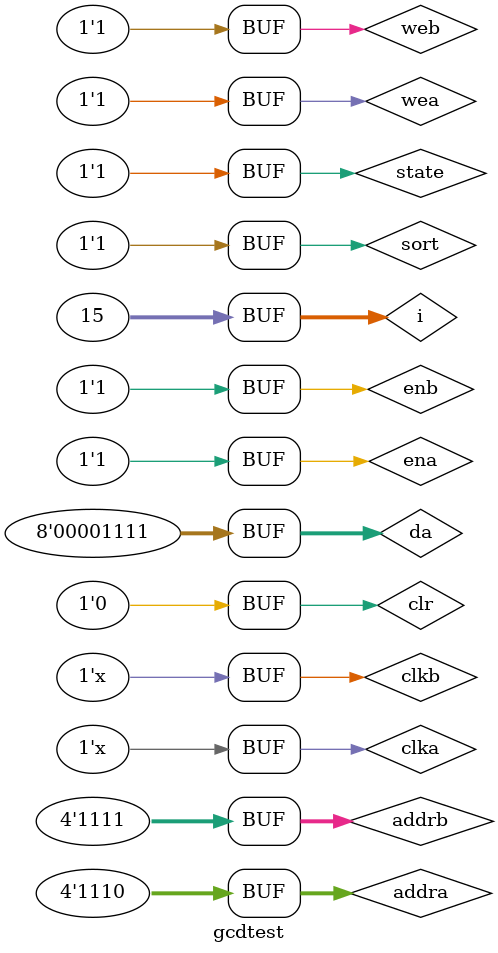
<source format=v>
`timescale 1ns / 1ps
module gcdtest();
reg clr;
wire signed[7:0] gcd_out;
wire stop;

reg clka, clkb, ena, enb, wea, web;
    reg [3:0] addra, addrb;
    reg [7:0] da;
    wire [7:0] mou_a, mou_b;

    wire  [7:0] sou0, sou1;
    reg sort;
    integer i;
    wire done;
    reg state;
    
    wire [7:0] Y;
    
gcd uut(gcd_out,STOP,
           clr,clka,clkb,
           ena,enb,wea,web,
           addra,addrb,da,
           mou_a,mou_b,
            sou0, sou1,
             sort, done, state);
initial
    begin
        i = 0;state =0; clr = 1;
        clka = 1; clkb = 1; ena = 0; enb = 0; wea= 0; web = 0; addra = 0; addrb =1;
        ena = 1; wea = 1; sort = 0;
        addra = 0;  da = -8; #10;
        enb = 1; addrb = 0;
        addra = 1;  da = -6; #10;  addra = 2;  da = -7; #10;  addra = 3;  da = -4; #10;
        addra = 4;  da = -5; #10;  addra = 5;  da = -2; #10;  addra = 6;  da = -3; #10;
        addra = 7;  da =  0; #10;  addra = 8;  da = -1; #10;  addra = 9;  da =  2; #10;
        addra = 10; da =  1; #10; addra = 11; da =  4; #10; addra = 12; da =  3; #10;
        addra = 13; da =  6; #10; addra = 14; da =  10; #10;   addra = 15; da =  15; #10;

        sort=1;   ena = 1; enb = 1;   ena = 1; enb = 1;
        for(i=0; i<15; i = i+1)begin
            wea = 0;  web = 0; addra = i; addrb =i+1; #30;
            wea = 1;  web = 1; addra = i; addrb =i+1; #30;
        end
        state = 1;
    end

    always #5 clka = ~clka;
    always #5 clkb = ~clkb;     
initial begin
    #1300;
    clr = 0;
    end
    endmodule

</source>
